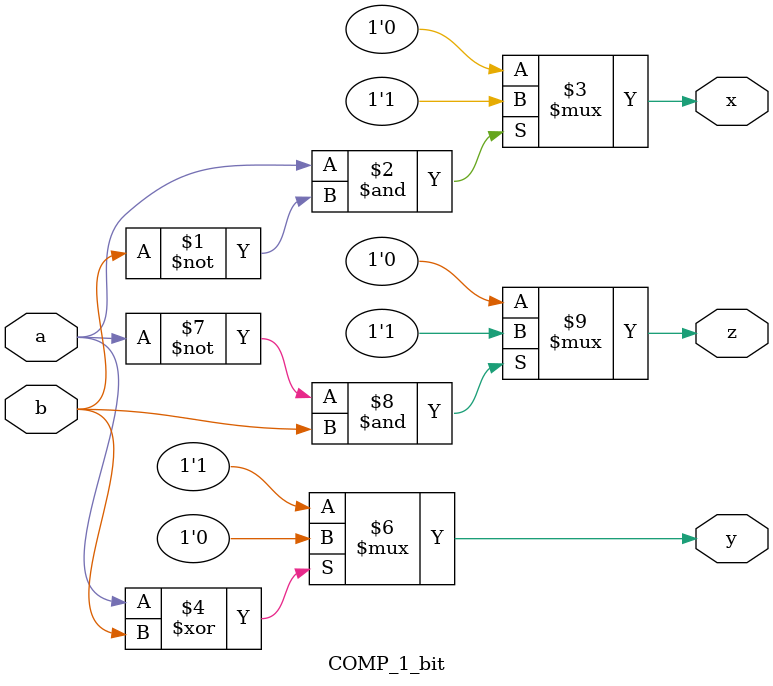
<source format=v>
module COMP_1_bit
(
input 		
			a,
			b,
output	
			x,
			y,
			z
);


assign x = (a & ~b) 	? 1'b1 : 1'b0;
assign y = ~(a ^ b)	    ? 1'b1 : 1'b0;
assign z = (~a & b) 	? 1'b1 : 1'b0;

endmodule
</source>
